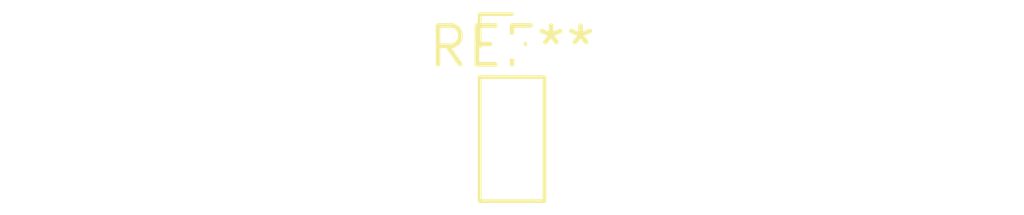
<source format=kicad_pcb>
(kicad_pcb (version 20240108) (generator pcbnew)
  (layers (0 "F.Cu" signal) (31 "B.Cu" signal) (34 "B.Paste" user) (35 "F.Paste" user) (36 "B.SilkS" user "B.Silkscreen") (37 "F.SilkS" user "F.Silkscreen") (38 "B.Mask" user) (39 "F.Mask" user) (44 "Edge.Cuts" user))
  (net 0 "")
  (footprint "PinHeader_1x03_P2.00mm_Vertical" (layer "F.Cu") (at 0 0)
    (property "Reference" "REF**")
    (property "Value" "PinHeader_1x03_P2.00mm_Vertical")
    (fp_line (start -1.06 -1.06) (end 0 -1.06) (layer "F.SilkS") (stroke (width 0.12)))
    (fp_line (start -1.06 0) (end -1.06 -1.06) (layer "F.SilkS") (stroke (width 0.12)))
    (fp_line (start -1.06 1) (end -1.06 5.06) (layer "F.SilkS") (stroke (width 0.12)))
    (fp_line (start -1.06 1) (end 1.06 1) (layer "F.SilkS") (stroke (width 0.12)))
    (fp_line (start -1.06 5.06) (end 1.06 5.06) (layer "F.SilkS") (stroke (width 0.12)))
    (fp_line (start 1.06 1) (end 1.06 5.06) (layer "F.SilkS") (stroke (width 0.12)))
    (pad "1" thru_hole rect (at 0 0) (size 1.35 1.35) (drill 0.8) (layers *.Cu *.Mask) (remove_unused_layers))
    (pad "2" thru_hole oval (at 0 2) (size 1.35 1.35) (drill 0.8) (layers *.Cu *.Mask) (remove_unused_layers))
    (pad "3" thru_hole oval (at 0 4) (size 1.35 1.35) (drill 0.8) (layers *.Cu *.Mask) (remove_unused_layers))
  )
)
</source>
